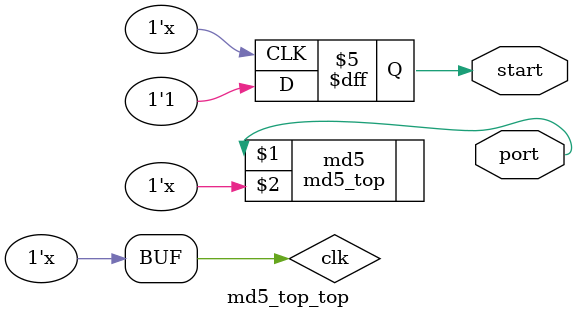
<source format=v>
`timescale 1ns / 1ps
module md5_top_top(start, port);

//input clk;
output port;
output reg start;

reg clk = 0;

//generate clock
 
always
	#5 clk = ~clk;




always@(posedge clk) begin
	start <= 1;
end


md5_top md5(port, clk);


endmodule

</source>
